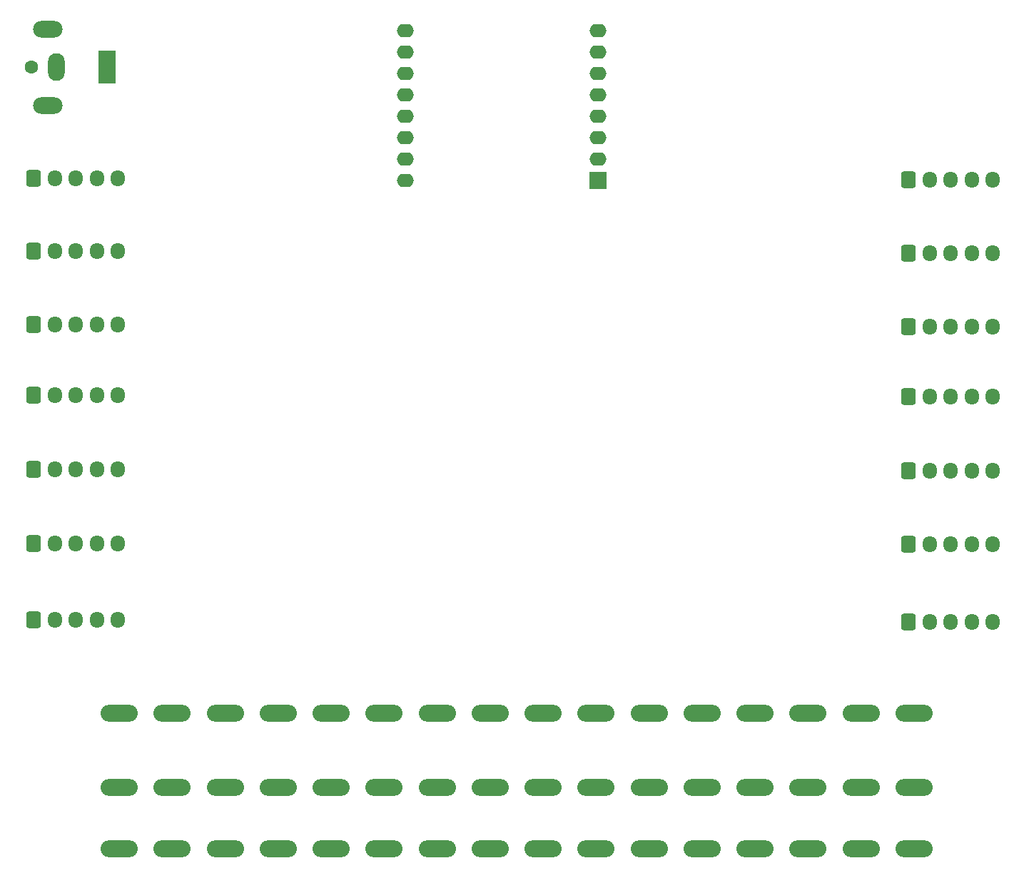
<source format=gbr>
%TF.GenerationSoftware,KiCad,Pcbnew,8.0.5*%
%TF.CreationDate,2024-12-18T14:45:34+08:00*%
%TF.ProjectId,hardware,68617264-7761-4726-952e-6b696361645f,rev?*%
%TF.SameCoordinates,Original*%
%TF.FileFunction,Soldermask,Bot*%
%TF.FilePolarity,Negative*%
%FSLAX46Y46*%
G04 Gerber Fmt 4.6, Leading zero omitted, Abs format (unit mm)*
G04 Created by KiCad (PCBNEW 8.0.5) date 2024-12-18 14:45:34*
%MOMM*%
%LPD*%
G01*
G04 APERTURE LIST*
G04 Aperture macros list*
%AMRoundRect*
0 Rectangle with rounded corners*
0 $1 Rounding radius*
0 $2 $3 $4 $5 $6 $7 $8 $9 X,Y pos of 4 corners*
0 Add a 4 corners polygon primitive as box body*
4,1,4,$2,$3,$4,$5,$6,$7,$8,$9,$2,$3,0*
0 Add four circle primitives for the rounded corners*
1,1,$1+$1,$2,$3*
1,1,$1+$1,$4,$5*
1,1,$1+$1,$6,$7*
1,1,$1+$1,$8,$9*
0 Add four rect primitives between the rounded corners*
20,1,$1+$1,$2,$3,$4,$5,0*
20,1,$1+$1,$4,$5,$6,$7,0*
20,1,$1+$1,$6,$7,$8,$9,0*
20,1,$1+$1,$8,$9,$2,$3,0*%
G04 Aperture macros list end*
%ADD10RoundRect,0.250000X-0.600000X-0.725000X0.600000X-0.725000X0.600000X0.725000X-0.600000X0.725000X0*%
%ADD11O,1.700000X1.950000*%
%ADD12C,1.600000*%
%ADD13R,2.000000X4.000000*%
%ADD14O,2.000000X3.300000*%
%ADD15O,3.500000X2.000000*%
%ADD16R,2.000000X2.000000*%
%ADD17O,2.000000X1.600000*%
%ADD18O,4.404000X2.004000*%
G04 APERTURE END LIST*
D10*
%TO.C,M14*%
X266100000Y-123200000D03*
D11*
X268600000Y-123200000D03*
X271100000Y-123200000D03*
X273600000Y-123200000D03*
X276100000Y-123200000D03*
%TD*%
D10*
%TO.C,M13*%
X266100000Y-114000000D03*
D11*
X268600000Y-114000000D03*
X271100000Y-114000000D03*
X273600000Y-114000000D03*
X276100000Y-114000000D03*
%TD*%
D10*
%TO.C,M12*%
X266100000Y-105200000D03*
D11*
X268600000Y-105200000D03*
X271100000Y-105200000D03*
X273600000Y-105200000D03*
X276100000Y-105200000D03*
%TD*%
D10*
%TO.C,M11*%
X266100000Y-96400000D03*
D11*
X268600000Y-96400000D03*
X271100000Y-96400000D03*
X273600000Y-96400000D03*
X276100000Y-96400000D03*
%TD*%
D10*
%TO.C,M10*%
X266100000Y-88100000D03*
D11*
X268600000Y-88100000D03*
X271100000Y-88100000D03*
X273600000Y-88100000D03*
X276100000Y-88100000D03*
%TD*%
D10*
%TO.C,M9*%
X266100000Y-79400000D03*
D11*
X268600000Y-79400000D03*
X271100000Y-79400000D03*
X273600000Y-79400000D03*
X276100000Y-79400000D03*
%TD*%
D10*
%TO.C,M8*%
X266100000Y-70700000D03*
D11*
X268600000Y-70700000D03*
X271100000Y-70700000D03*
X273600000Y-70700000D03*
X276100000Y-70700000D03*
%TD*%
%TO.C,M7*%
X172300000Y-122950000D03*
X169800000Y-122950000D03*
X167300000Y-122950000D03*
X164800000Y-122950000D03*
D10*
X162300000Y-122950000D03*
%TD*%
D11*
%TO.C,M6*%
X172300000Y-113850000D03*
X169800000Y-113850000D03*
X167300000Y-113850000D03*
X164800000Y-113850000D03*
D10*
X162300000Y-113850000D03*
%TD*%
D11*
%TO.C,M5*%
X172300000Y-105100000D03*
X169800000Y-105100000D03*
X167300000Y-105100000D03*
X164800000Y-105100000D03*
D10*
X162300000Y-105100000D03*
%TD*%
D11*
%TO.C,M4*%
X172300000Y-96300000D03*
X169800000Y-96300000D03*
X167300000Y-96300000D03*
X164800000Y-96300000D03*
D10*
X162300000Y-96300000D03*
%TD*%
D11*
%TO.C,M3*%
X172300000Y-87900000D03*
X169800000Y-87900000D03*
X167300000Y-87900000D03*
X164800000Y-87900000D03*
D10*
X162300000Y-87900000D03*
%TD*%
%TO.C,M2*%
X162300000Y-79200000D03*
D11*
X164800000Y-79200000D03*
X167300000Y-79200000D03*
X169800000Y-79200000D03*
X172300000Y-79200000D03*
%TD*%
%TO.C,M1*%
X172300000Y-70500000D03*
X169800000Y-70500000D03*
X167300000Y-70500000D03*
X164800000Y-70500000D03*
D10*
X162300000Y-70500000D03*
%TD*%
D12*
%TO.C,J2*%
X162000000Y-57350000D03*
D13*
X171000000Y-57350000D03*
D14*
X165000000Y-57350000D03*
D15*
X164000000Y-52850000D03*
X164000000Y-61850000D03*
%TD*%
D16*
%TO.C,U1*%
X229290000Y-70800000D03*
D17*
X229290000Y-68260000D03*
X229290000Y-65720000D03*
X229290000Y-63180000D03*
X229290000Y-60640000D03*
X229290000Y-58100000D03*
X229290000Y-55560000D03*
X229290000Y-53020000D03*
X206430000Y-53020000D03*
X206430000Y-55560000D03*
X206430000Y-58100000D03*
X206430000Y-60640000D03*
X206430000Y-63180000D03*
X206430000Y-65720000D03*
X206430000Y-68260000D03*
X206430000Y-70800000D03*
%TD*%
D18*
%TO.C,SW6*%
X203893340Y-134000000D03*
X203893340Y-150100000D03*
X203893340Y-142800000D03*
%TD*%
%TO.C,SW11*%
X235326670Y-134000000D03*
X235326670Y-150100000D03*
X235326670Y-142800000D03*
%TD*%
%TO.C,SW12*%
X241613336Y-134000000D03*
X241613336Y-150100000D03*
X241613336Y-142800000D03*
%TD*%
%TO.C,SW14*%
X254186668Y-134000000D03*
X254186668Y-150100000D03*
X254186668Y-142800000D03*
%TD*%
%TO.C,SW7*%
X210180006Y-134000000D03*
X210180006Y-150100000D03*
X210180006Y-142800000D03*
%TD*%
%TO.C,SW4*%
X191320008Y-134000000D03*
X191320008Y-150100000D03*
X191320008Y-142800000D03*
%TD*%
%TO.C,SW15*%
X260473334Y-134000000D03*
X260473334Y-150100000D03*
X260473334Y-142800000D03*
%TD*%
%TO.C,SW10*%
X229040004Y-134000000D03*
X229040004Y-150100000D03*
X229040004Y-142800000D03*
%TD*%
%TO.C,SW8*%
X216466672Y-134000000D03*
X216466672Y-150100000D03*
X216466672Y-142800000D03*
%TD*%
%TO.C,SW9*%
X222753338Y-134000000D03*
X222753338Y-150100000D03*
X222753338Y-142800000D03*
%TD*%
%TO.C,SW16*%
X266760000Y-134000000D03*
X266760000Y-150100000D03*
X266760000Y-142800000D03*
%TD*%
%TO.C,SW2*%
X178746676Y-134000000D03*
X178746676Y-150100000D03*
X178746676Y-142800000D03*
%TD*%
%TO.C,SW5*%
X197606674Y-134000000D03*
X197606674Y-150100000D03*
X197606674Y-142800000D03*
%TD*%
%TO.C,SW13*%
X247900002Y-134000000D03*
X247900002Y-150100000D03*
X247900002Y-142800000D03*
%TD*%
%TO.C,SW1*%
X172460010Y-134000000D03*
X172460010Y-150100000D03*
X172460010Y-142800000D03*
%TD*%
%TO.C,SW3*%
X185033342Y-134000000D03*
X185033342Y-150100000D03*
X185033342Y-142800000D03*
%TD*%
M02*

</source>
